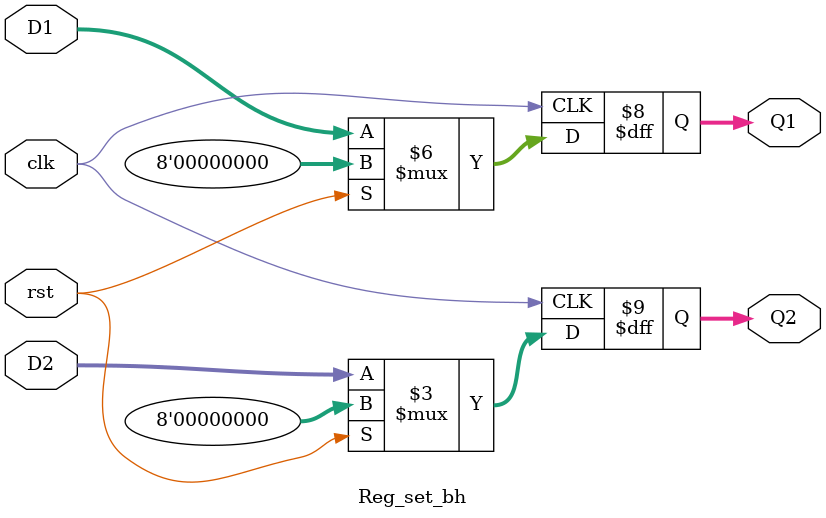
<source format=v>
/*** D-flipflop Behavioral 8-bit Twin Register Set ***/
module Reg_set_bh (Q1, Q2, D1, D2, clk, rst);
    input [7:0]D1, D2;
    input clk, rst;
    output reg [7:0]Q1, Q2;

    always@(posedge clk)
        if(rst)
            begin
                Q1 <= 0;
                Q2 <= 0;
            end
        else
            begin
                Q1 <= D1;
                Q2 <= D2;
            end
endmodule

</source>
